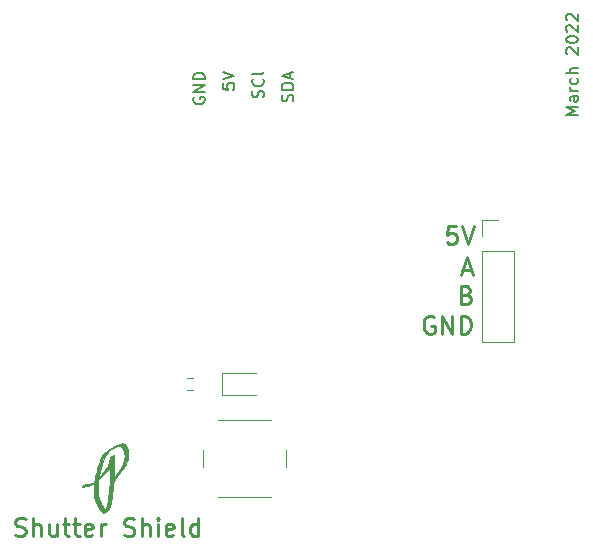
<source format=gbr>
%TF.GenerationSoftware,KiCad,Pcbnew,(6.0.2)*%
%TF.CreationDate,2022-03-01T12:54:46-05:00*%
%TF.ProjectId,arduino_shield,61726475-696e-46f5-9f73-6869656c642e,A*%
%TF.SameCoordinates,PX8954400PY4e95300*%
%TF.FileFunction,Legend,Top*%
%TF.FilePolarity,Positive*%
%FSLAX46Y46*%
G04 Gerber Fmt 4.6, Leading zero omitted, Abs format (unit mm)*
G04 Created by KiCad (PCBNEW (6.0.2)) date 2022-03-01 12:54:46*
%MOMM*%
%LPD*%
G01*
G04 APERTURE LIST*
%ADD10C,0.214286*%
%ADD11C,0.150000*%
%ADD12C,0.120000*%
%ADD13C,0.010000*%
G04 APERTURE END LIST*
D10*
X2414285Y-49107142D02*
X2628571Y-49178571D01*
X2985714Y-49178571D01*
X3128571Y-49107142D01*
X3200000Y-49035714D01*
X3271428Y-48892857D01*
X3271428Y-48750000D01*
X3200000Y-48607142D01*
X3128571Y-48535714D01*
X2985714Y-48464285D01*
X2700000Y-48392857D01*
X2557142Y-48321428D01*
X2485714Y-48250000D01*
X2414285Y-48107142D01*
X2414285Y-47964285D01*
X2485714Y-47821428D01*
X2557142Y-47750000D01*
X2700000Y-47678571D01*
X3057142Y-47678571D01*
X3271428Y-47750000D01*
X3914285Y-49178571D02*
X3914285Y-47678571D01*
X4557142Y-49178571D02*
X4557142Y-48392857D01*
X4485714Y-48250000D01*
X4342857Y-48178571D01*
X4128571Y-48178571D01*
X3985714Y-48250000D01*
X3914285Y-48321428D01*
X5914285Y-48178571D02*
X5914285Y-49178571D01*
X5271428Y-48178571D02*
X5271428Y-48964285D01*
X5342857Y-49107142D01*
X5485714Y-49178571D01*
X5700000Y-49178571D01*
X5842857Y-49107142D01*
X5914285Y-49035714D01*
X6414285Y-48178571D02*
X6985714Y-48178571D01*
X6628571Y-47678571D02*
X6628571Y-48964285D01*
X6700000Y-49107142D01*
X6842857Y-49178571D01*
X6985714Y-49178571D01*
X7271428Y-48178571D02*
X7842857Y-48178571D01*
X7485714Y-47678571D02*
X7485714Y-48964285D01*
X7557142Y-49107142D01*
X7700000Y-49178571D01*
X7842857Y-49178571D01*
X8914285Y-49107142D02*
X8771428Y-49178571D01*
X8485714Y-49178571D01*
X8342857Y-49107142D01*
X8271428Y-48964285D01*
X8271428Y-48392857D01*
X8342857Y-48250000D01*
X8485714Y-48178571D01*
X8771428Y-48178571D01*
X8914285Y-48250000D01*
X8985714Y-48392857D01*
X8985714Y-48535714D01*
X8271428Y-48678571D01*
X9628571Y-49178571D02*
X9628571Y-48178571D01*
X9628571Y-48464285D02*
X9700000Y-48321428D01*
X9771428Y-48250000D01*
X9914285Y-48178571D01*
X10057142Y-48178571D01*
X11628571Y-49107142D02*
X11842857Y-49178571D01*
X12200000Y-49178571D01*
X12342857Y-49107142D01*
X12414285Y-49035714D01*
X12485714Y-48892857D01*
X12485714Y-48750000D01*
X12414285Y-48607142D01*
X12342857Y-48535714D01*
X12200000Y-48464285D01*
X11914285Y-48392857D01*
X11771428Y-48321428D01*
X11700000Y-48250000D01*
X11628571Y-48107142D01*
X11628571Y-47964285D01*
X11700000Y-47821428D01*
X11771428Y-47750000D01*
X11914285Y-47678571D01*
X12271428Y-47678571D01*
X12485714Y-47750000D01*
X13128571Y-49178571D02*
X13128571Y-47678571D01*
X13771428Y-49178571D02*
X13771428Y-48392857D01*
X13700000Y-48250000D01*
X13557142Y-48178571D01*
X13342857Y-48178571D01*
X13200000Y-48250000D01*
X13128571Y-48321428D01*
X14485714Y-49178571D02*
X14485714Y-48178571D01*
X14485714Y-47678571D02*
X14414285Y-47750000D01*
X14485714Y-47821428D01*
X14557142Y-47750000D01*
X14485714Y-47678571D01*
X14485714Y-47821428D01*
X15771428Y-49107142D02*
X15628571Y-49178571D01*
X15342857Y-49178571D01*
X15200000Y-49107142D01*
X15128571Y-48964285D01*
X15128571Y-48392857D01*
X15200000Y-48250000D01*
X15342857Y-48178571D01*
X15628571Y-48178571D01*
X15771428Y-48250000D01*
X15842857Y-48392857D01*
X15842857Y-48535714D01*
X15128571Y-48678571D01*
X16700000Y-49178571D02*
X16557142Y-49107142D01*
X16485714Y-48964285D01*
X16485714Y-47678571D01*
X17914285Y-49178571D02*
X17914285Y-47678571D01*
X17914285Y-49107142D02*
X17771428Y-49178571D01*
X17485714Y-49178571D01*
X17342857Y-49107142D01*
X17271428Y-49035714D01*
X17200000Y-48892857D01*
X17200000Y-48464285D01*
X17271428Y-48321428D01*
X17342857Y-48250000D01*
X17485714Y-48178571D01*
X17771428Y-48178571D01*
X17914285Y-48250000D01*
D11*
X25904761Y-12416547D02*
X25952380Y-12273690D01*
X25952380Y-12035595D01*
X25904761Y-11940357D01*
X25857142Y-11892738D01*
X25761904Y-11845119D01*
X25666666Y-11845119D01*
X25571428Y-11892738D01*
X25523809Y-11940357D01*
X25476190Y-12035595D01*
X25428571Y-12226071D01*
X25380952Y-12321309D01*
X25333333Y-12368928D01*
X25238095Y-12416547D01*
X25142857Y-12416547D01*
X25047619Y-12368928D01*
X25000000Y-12321309D01*
X24952380Y-12226071D01*
X24952380Y-11987976D01*
X25000000Y-11845119D01*
X25952380Y-11416547D02*
X24952380Y-11416547D01*
X24952380Y-11178452D01*
X25000000Y-11035595D01*
X25095238Y-10940357D01*
X25190476Y-10892738D01*
X25380952Y-10845119D01*
X25523809Y-10845119D01*
X25714285Y-10892738D01*
X25809523Y-10940357D01*
X25904761Y-11035595D01*
X25952380Y-11178452D01*
X25952380Y-11416547D01*
X25666666Y-10464166D02*
X25666666Y-9987976D01*
X25952380Y-10559404D02*
X24952380Y-10226071D01*
X25952380Y-9892738D01*
X17500000Y-12083214D02*
X17452380Y-12178452D01*
X17452380Y-12321309D01*
X17500000Y-12464166D01*
X17595238Y-12559404D01*
X17690476Y-12607023D01*
X17880952Y-12654642D01*
X18023809Y-12654642D01*
X18214285Y-12607023D01*
X18309523Y-12559404D01*
X18404761Y-12464166D01*
X18452380Y-12321309D01*
X18452380Y-12226071D01*
X18404761Y-12083214D01*
X18357142Y-12035595D01*
X18023809Y-12035595D01*
X18023809Y-12226071D01*
X18452380Y-11607023D02*
X17452380Y-11607023D01*
X18452380Y-11035595D01*
X17452380Y-11035595D01*
X18452380Y-10559404D02*
X17452380Y-10559404D01*
X17452380Y-10321309D01*
X17500000Y-10178452D01*
X17595238Y-10083214D01*
X17690476Y-10035595D01*
X17880952Y-9987976D01*
X18023809Y-9987976D01*
X18214285Y-10035595D01*
X18309523Y-10083214D01*
X18404761Y-10178452D01*
X18452380Y-10321309D01*
X18452380Y-10559404D01*
D10*
X37832142Y-30650000D02*
X37689285Y-30578571D01*
X37474999Y-30578571D01*
X37260714Y-30650000D01*
X37117856Y-30792857D01*
X37046428Y-30935714D01*
X36974999Y-31221428D01*
X36974999Y-31435714D01*
X37046428Y-31721428D01*
X37117856Y-31864285D01*
X37260714Y-32007142D01*
X37474999Y-32078571D01*
X37617856Y-32078571D01*
X37832142Y-32007142D01*
X37903571Y-31935714D01*
X37903571Y-31435714D01*
X37617856Y-31435714D01*
X38546428Y-32078571D02*
X38546428Y-30578571D01*
X39403571Y-32078571D01*
X39403571Y-30578571D01*
X40117856Y-32078571D02*
X40117856Y-30578571D01*
X40474999Y-30578571D01*
X40689285Y-30650000D01*
X40832142Y-30792857D01*
X40903571Y-30935714D01*
X40974999Y-31221428D01*
X40974999Y-31435714D01*
X40903571Y-31721428D01*
X40832142Y-31864285D01*
X40689285Y-32007142D01*
X40474999Y-32078571D01*
X40117856Y-32078571D01*
X39717856Y-22978571D02*
X39003571Y-22978571D01*
X38932142Y-23692857D01*
X39003571Y-23621428D01*
X39146428Y-23550000D01*
X39503571Y-23550000D01*
X39646428Y-23621428D01*
X39717856Y-23692857D01*
X39789285Y-23835714D01*
X39789285Y-24192857D01*
X39717856Y-24335714D01*
X39646428Y-24407142D01*
X39503571Y-24478571D01*
X39146428Y-24478571D01*
X39003571Y-24407142D01*
X38932142Y-24335714D01*
X40217856Y-22978571D02*
X40717856Y-24478571D01*
X41217856Y-22978571D01*
D11*
X50052380Y-13561904D02*
X49052380Y-13561904D01*
X49766666Y-13228571D01*
X49052380Y-12895238D01*
X50052380Y-12895238D01*
X50052380Y-11990476D02*
X49528571Y-11990476D01*
X49433333Y-12038095D01*
X49385714Y-12133333D01*
X49385714Y-12323809D01*
X49433333Y-12419047D01*
X50004761Y-11990476D02*
X50052380Y-12085714D01*
X50052380Y-12323809D01*
X50004761Y-12419047D01*
X49909523Y-12466666D01*
X49814285Y-12466666D01*
X49719047Y-12419047D01*
X49671428Y-12323809D01*
X49671428Y-12085714D01*
X49623809Y-11990476D01*
X50052380Y-11514285D02*
X49385714Y-11514285D01*
X49576190Y-11514285D02*
X49480952Y-11466666D01*
X49433333Y-11419047D01*
X49385714Y-11323809D01*
X49385714Y-11228571D01*
X50004761Y-10466666D02*
X50052380Y-10561904D01*
X50052380Y-10752380D01*
X50004761Y-10847619D01*
X49957142Y-10895238D01*
X49861904Y-10942857D01*
X49576190Y-10942857D01*
X49480952Y-10895238D01*
X49433333Y-10847619D01*
X49385714Y-10752380D01*
X49385714Y-10561904D01*
X49433333Y-10466666D01*
X50052380Y-10038095D02*
X49052380Y-10038095D01*
X50052380Y-9609523D02*
X49528571Y-9609523D01*
X49433333Y-9657142D01*
X49385714Y-9752380D01*
X49385714Y-9895238D01*
X49433333Y-9990476D01*
X49480952Y-10038095D01*
X49147619Y-8419047D02*
X49100000Y-8371428D01*
X49052380Y-8276190D01*
X49052380Y-8038095D01*
X49100000Y-7942857D01*
X49147619Y-7895238D01*
X49242857Y-7847619D01*
X49338095Y-7847619D01*
X49480952Y-7895238D01*
X50052380Y-8466666D01*
X50052380Y-7847619D01*
X49052380Y-7228571D02*
X49052380Y-7133333D01*
X49100000Y-7038095D01*
X49147619Y-6990476D01*
X49242857Y-6942857D01*
X49433333Y-6895238D01*
X49671428Y-6895238D01*
X49861904Y-6942857D01*
X49957142Y-6990476D01*
X50004761Y-7038095D01*
X50052380Y-7133333D01*
X50052380Y-7228571D01*
X50004761Y-7323809D01*
X49957142Y-7371428D01*
X49861904Y-7419047D01*
X49671428Y-7466666D01*
X49433333Y-7466666D01*
X49242857Y-7419047D01*
X49147619Y-7371428D01*
X49100000Y-7323809D01*
X49052380Y-7228571D01*
X49147619Y-6514285D02*
X49100000Y-6466666D01*
X49052380Y-6371428D01*
X49052380Y-6133333D01*
X49100000Y-6038095D01*
X49147619Y-5990476D01*
X49242857Y-5942857D01*
X49338095Y-5942857D01*
X49480952Y-5990476D01*
X50052380Y-6561904D01*
X50052380Y-5942857D01*
X49147619Y-5561904D02*
X49100000Y-5514285D01*
X49052380Y-5419047D01*
X49052380Y-5180952D01*
X49100000Y-5085714D01*
X49147619Y-5038095D01*
X49242857Y-4990476D01*
X49338095Y-4990476D01*
X49480952Y-5038095D01*
X50052380Y-5609523D01*
X50052380Y-4990476D01*
D10*
X40617856Y-28792857D02*
X40832142Y-28864285D01*
X40903571Y-28935714D01*
X40974999Y-29078571D01*
X40974999Y-29292857D01*
X40903571Y-29435714D01*
X40832142Y-29507142D01*
X40689285Y-29578571D01*
X40117856Y-29578571D01*
X40117856Y-28078571D01*
X40617856Y-28078571D01*
X40760714Y-28150000D01*
X40832142Y-28221428D01*
X40903571Y-28364285D01*
X40903571Y-28507142D01*
X40832142Y-28650000D01*
X40760714Y-28721428D01*
X40617856Y-28792857D01*
X40117856Y-28792857D01*
X40260714Y-26650000D02*
X40974999Y-26650000D01*
X40117856Y-27078571D02*
X40617856Y-25578571D01*
X41117856Y-27078571D01*
D11*
X19952380Y-10892738D02*
X19952380Y-11368928D01*
X20428571Y-11416547D01*
X20380952Y-11368928D01*
X20333333Y-11273690D01*
X20333333Y-11035595D01*
X20380952Y-10940357D01*
X20428571Y-10892738D01*
X20523809Y-10845119D01*
X20761904Y-10845119D01*
X20857142Y-10892738D01*
X20904761Y-10940357D01*
X20952380Y-11035595D01*
X20952380Y-11273690D01*
X20904761Y-11368928D01*
X20857142Y-11416547D01*
X19952380Y-10559404D02*
X20952380Y-10226071D01*
X19952380Y-9892738D01*
X23404761Y-12083214D02*
X23452380Y-11940357D01*
X23452380Y-11702261D01*
X23404761Y-11607023D01*
X23357142Y-11559404D01*
X23261904Y-11511785D01*
X23166666Y-11511785D01*
X23071428Y-11559404D01*
X23023809Y-11607023D01*
X22976190Y-11702261D01*
X22928571Y-11892738D01*
X22880952Y-11987976D01*
X22833333Y-12035595D01*
X22738095Y-12083214D01*
X22642857Y-12083214D01*
X22547619Y-12035595D01*
X22500000Y-11987976D01*
X22452380Y-11892738D01*
X22452380Y-11654642D01*
X22500000Y-11511785D01*
X23357142Y-10511785D02*
X23404761Y-10559404D01*
X23452380Y-10702261D01*
X23452380Y-10797500D01*
X23404761Y-10940357D01*
X23309523Y-11035595D01*
X23214285Y-11083214D01*
X23023809Y-11130833D01*
X22880952Y-11130833D01*
X22690476Y-11083214D01*
X22595238Y-11035595D01*
X22500000Y-10940357D01*
X22452380Y-10797500D01*
X22452380Y-10702261D01*
X22500000Y-10559404D01*
X22547619Y-10511785D01*
X23452380Y-9940357D02*
X23404761Y-10035595D01*
X23309523Y-10083214D01*
X22452380Y-10083214D01*
D12*
%TO.C,SW1*%
X25300000Y-43400000D02*
X25300000Y-41900000D01*
X24050000Y-39400000D02*
X19550000Y-39400000D01*
X19550000Y-45900000D02*
X24050000Y-45900000D01*
X18300000Y-41900000D02*
X18300000Y-43400000D01*
D13*
%TO.C,G\u002A\u002A\u002A*%
X11547040Y-41342218D02*
X11608136Y-41381567D01*
X11608136Y-41381567D02*
X11675357Y-41441132D01*
X11675357Y-41441132D02*
X11743215Y-41516002D01*
X11743215Y-41516002D02*
X11806228Y-41601269D01*
X11806228Y-41601269D02*
X11810972Y-41608510D01*
X11810972Y-41608510D02*
X11888821Y-41750414D01*
X11888821Y-41750414D02*
X11942279Y-41901276D01*
X11942279Y-41901276D02*
X11973559Y-42068639D01*
X11973559Y-42068639D02*
X11983331Y-42196802D01*
X11983331Y-42196802D02*
X11981599Y-42368262D01*
X11981599Y-42368262D02*
X11961516Y-42536380D01*
X11961516Y-42536380D02*
X11921510Y-42707311D01*
X11921510Y-42707311D02*
X11860010Y-42887207D01*
X11860010Y-42887207D02*
X11775444Y-43082222D01*
X11775444Y-43082222D02*
X11736954Y-43161532D01*
X11736954Y-43161532D02*
X11641557Y-43341831D01*
X11641557Y-43341831D02*
X11542008Y-43505270D01*
X11542008Y-43505270D02*
X11432181Y-43660441D01*
X11432181Y-43660441D02*
X11305950Y-43815939D01*
X11305950Y-43815939D02*
X11157187Y-43980354D01*
X11157187Y-43980354D02*
X11140834Y-43997619D01*
X11140834Y-43997619D02*
X11058440Y-44088208D01*
X11058440Y-44088208D02*
X10992141Y-44171749D01*
X10992141Y-44171749D02*
X10933987Y-44259671D01*
X10933987Y-44259671D02*
X10876033Y-44363407D01*
X10876033Y-44363407D02*
X10846704Y-44420675D01*
X10846704Y-44420675D02*
X10811722Y-44486883D01*
X10811722Y-44486883D02*
X10779294Y-44542184D01*
X10779294Y-44542184D02*
X10754318Y-44578480D01*
X10754318Y-44578480D02*
X10746062Y-44587039D01*
X10746062Y-44587039D02*
X10734791Y-44602280D01*
X10734791Y-44602280D02*
X10725791Y-44632705D01*
X10725791Y-44632705D02*
X10718374Y-44683088D01*
X10718374Y-44683088D02*
X10711847Y-44758201D01*
X10711847Y-44758201D02*
X10705520Y-44862818D01*
X10705520Y-44862818D02*
X10705146Y-44869864D01*
X10705146Y-44869864D02*
X10697882Y-44970759D01*
X10697882Y-44970759D02*
X10685904Y-45095304D01*
X10685904Y-45095304D02*
X10670390Y-45233094D01*
X10670390Y-45233094D02*
X10652516Y-45373728D01*
X10652516Y-45373728D02*
X10633460Y-45506801D01*
X10633460Y-45506801D02*
X10632105Y-45515609D01*
X10632105Y-45515609D02*
X10613385Y-45637942D01*
X10613385Y-45637942D02*
X10595173Y-45759217D01*
X10595173Y-45759217D02*
X10578614Y-45871652D01*
X10578614Y-45871652D02*
X10564850Y-45967463D01*
X10564850Y-45967463D02*
X10555024Y-46038866D01*
X10555024Y-46038866D02*
X10553315Y-46052005D01*
X10553315Y-46052005D02*
X10534152Y-46173089D01*
X10534152Y-46173089D02*
X10506595Y-46308058D01*
X10506595Y-46308058D02*
X10472883Y-46448610D01*
X10472883Y-46448610D02*
X10435254Y-46586441D01*
X10435254Y-46586441D02*
X10395946Y-46713250D01*
X10395946Y-46713250D02*
X10357198Y-46820732D01*
X10357198Y-46820732D02*
X10328184Y-46887068D01*
X10328184Y-46887068D02*
X10283741Y-46969805D01*
X10283741Y-46969805D02*
X10240554Y-47031417D01*
X10240554Y-47031417D02*
X10189631Y-47083785D01*
X10189631Y-47083785D02*
X10160690Y-47108402D01*
X10160690Y-47108402D02*
X10105301Y-47151664D01*
X10105301Y-47151664D02*
X10053969Y-47188612D01*
X10053969Y-47188612D02*
X10018156Y-47211043D01*
X10018156Y-47211043D02*
X9954252Y-47234926D01*
X9954252Y-47234926D02*
X9886566Y-47246164D01*
X9886566Y-47246164D02*
X9829885Y-47242704D01*
X9829885Y-47242704D02*
X9818078Y-47238854D01*
X9818078Y-47238854D02*
X9785506Y-47216424D01*
X9785506Y-47216424D02*
X9738100Y-47173025D01*
X9738100Y-47173025D02*
X9681894Y-47115231D01*
X9681894Y-47115231D02*
X9622925Y-47049619D01*
X9622925Y-47049619D02*
X9567228Y-46982762D01*
X9567228Y-46982762D02*
X9520840Y-46921236D01*
X9520840Y-46921236D02*
X9505337Y-46898180D01*
X9505337Y-46898180D02*
X9477948Y-46851183D01*
X9477948Y-46851183D02*
X9440038Y-46780363D01*
X9440038Y-46780363D02*
X9395513Y-46693304D01*
X9395513Y-46693304D02*
X9348275Y-46597588D01*
X9348275Y-46597588D02*
X9317685Y-46533729D01*
X9317685Y-46533729D02*
X9226986Y-46327043D01*
X9226986Y-46327043D02*
X9158357Y-46134765D01*
X9158357Y-46134765D02*
X9109046Y-45947259D01*
X9109046Y-45947259D02*
X9076302Y-45754888D01*
X9076302Y-45754888D02*
X9064732Y-45647755D01*
X9064732Y-45647755D02*
X9058889Y-45555504D01*
X9058889Y-45555504D02*
X9055486Y-45443515D01*
X9055486Y-45443515D02*
X9054399Y-45319780D01*
X9054399Y-45319780D02*
X9055506Y-45192287D01*
X9055506Y-45192287D02*
X9058686Y-45069029D01*
X9058686Y-45069029D02*
X9062438Y-44987784D01*
X9062438Y-44987784D02*
X9381555Y-44987784D01*
X9381555Y-44987784D02*
X9381593Y-45132321D01*
X9381593Y-45132321D02*
X9383513Y-45258980D01*
X9383513Y-45258980D02*
X9386345Y-45389271D01*
X9386345Y-45389271D02*
X9389461Y-45491615D01*
X9389461Y-45491615D02*
X9393527Y-45572621D01*
X9393527Y-45572621D02*
X9399210Y-45638898D01*
X9399210Y-45638898D02*
X9407176Y-45697055D01*
X9407176Y-45697055D02*
X9418090Y-45753701D01*
X9418090Y-45753701D02*
X9432620Y-45815444D01*
X9432620Y-45815444D02*
X9444205Y-45860997D01*
X9444205Y-45860997D02*
X9476001Y-45965482D01*
X9476001Y-45965482D02*
X9521755Y-46090732D01*
X9521755Y-46090732D02*
X9577574Y-46227920D01*
X9577574Y-46227920D02*
X9639568Y-46368220D01*
X9639568Y-46368220D02*
X9703845Y-46502807D01*
X9703845Y-46502807D02*
X9766513Y-46622852D01*
X9766513Y-46622852D02*
X9820657Y-46714834D01*
X9820657Y-46714834D02*
X9863921Y-46777356D01*
X9863921Y-46777356D02*
X9911449Y-46837962D01*
X9911449Y-46837962D02*
X9957980Y-46890882D01*
X9957980Y-46890882D02*
X9998250Y-46930344D01*
X9998250Y-46930344D02*
X10026996Y-46950576D01*
X10026996Y-46950576D02*
X10036258Y-46951263D01*
X10036258Y-46951263D02*
X10047739Y-46931474D01*
X10047739Y-46931474D02*
X10065391Y-46886723D01*
X10065391Y-46886723D02*
X10086050Y-46825319D01*
X10086050Y-46825319D02*
X10093748Y-46800289D01*
X10093748Y-46800289D02*
X10139373Y-46637282D01*
X10139373Y-46637282D02*
X10178466Y-46472205D01*
X10178466Y-46472205D02*
X10213221Y-46294735D01*
X10213221Y-46294735D02*
X10245834Y-46094550D01*
X10245834Y-46094550D02*
X10250580Y-46062582D01*
X10250580Y-46062582D02*
X10268895Y-45937738D01*
X10268895Y-45937738D02*
X10289892Y-45794372D01*
X10289892Y-45794372D02*
X10311277Y-45648160D01*
X10311277Y-45648160D02*
X10330758Y-45514778D01*
X10330758Y-45514778D02*
X10335305Y-45483605D01*
X10335305Y-45483605D02*
X10358154Y-45308128D01*
X10358154Y-45308128D02*
X10376807Y-45122084D01*
X10376807Y-45122084D02*
X10391479Y-44921353D01*
X10391479Y-44921353D02*
X10402384Y-44701816D01*
X10402384Y-44701816D02*
X10409735Y-44459355D01*
X10409735Y-44459355D02*
X10413746Y-44189850D01*
X10413746Y-44189850D02*
X10414694Y-43954095D01*
X10414694Y-43954095D02*
X10414694Y-43376040D01*
X10414694Y-43376040D02*
X10350888Y-43470843D01*
X10350888Y-43470843D02*
X10315906Y-43516668D01*
X10315906Y-43516668D02*
X10260577Y-43581683D01*
X10260577Y-43581683D02*
X10189411Y-43661074D01*
X10189411Y-43661074D02*
X10106919Y-43750023D01*
X10106919Y-43750023D02*
X10017610Y-43843716D01*
X10017610Y-43843716D02*
X9925997Y-43937338D01*
X9925997Y-43937338D02*
X9836589Y-44026071D01*
X9836589Y-44026071D02*
X9778123Y-44082327D01*
X9778123Y-44082327D02*
X9728213Y-44132932D01*
X9728213Y-44132932D02*
X9666042Y-44200807D01*
X9666042Y-44200807D02*
X9600587Y-44275959D01*
X9600587Y-44275959D02*
X9555700Y-44329906D01*
X9555700Y-44329906D02*
X9425563Y-44490059D01*
X9425563Y-44490059D02*
X9400587Y-44675812D01*
X9400587Y-44675812D02*
X9390880Y-44765409D01*
X9390880Y-44765409D02*
X9384594Y-44867440D01*
X9384594Y-44867440D02*
X9381555Y-44987784D01*
X9381555Y-44987784D02*
X9062438Y-44987784D01*
X9062438Y-44987784D02*
X9063815Y-44957996D01*
X9063815Y-44957996D02*
X9070772Y-44867179D01*
X9070772Y-44867179D02*
X9077481Y-44814971D01*
X9077481Y-44814971D02*
X9088440Y-44751099D01*
X9088440Y-44751099D02*
X8909220Y-44826900D01*
X8909220Y-44826900D02*
X8815396Y-44864504D01*
X8815396Y-44864504D02*
X8712483Y-44902453D01*
X8712483Y-44902453D02*
X8616548Y-44934944D01*
X8616548Y-44934944D02*
X8574490Y-44947831D01*
X8574490Y-44947831D02*
X8497900Y-44967912D01*
X8497900Y-44967912D02*
X8408884Y-44987904D01*
X8408884Y-44987904D02*
X8315199Y-45006452D01*
X8315199Y-45006452D02*
X8224600Y-45022201D01*
X8224600Y-45022201D02*
X8144844Y-45033798D01*
X8144844Y-45033798D02*
X8083689Y-45039885D01*
X8083689Y-45039885D02*
X8050255Y-45039406D01*
X8050255Y-45039406D02*
X8049312Y-45028493D01*
X8049312Y-45028493D02*
X8071853Y-45004375D01*
X8071853Y-45004375D02*
X8111622Y-44971453D01*
X8111622Y-44971453D02*
X8162363Y-44934125D01*
X8162363Y-44934125D02*
X8217823Y-44896790D01*
X8217823Y-44896790D02*
X8271746Y-44863848D01*
X8271746Y-44863848D02*
X8317876Y-44839698D01*
X8317876Y-44839698D02*
X8349741Y-44828769D01*
X8349741Y-44828769D02*
X8537906Y-44800876D01*
X8537906Y-44800876D02*
X8702260Y-44770292D01*
X8702260Y-44770292D02*
X8840619Y-44737600D01*
X8840619Y-44737600D02*
X8950802Y-44703380D01*
X8950802Y-44703380D02*
X9030625Y-44668215D01*
X9030625Y-44668215D02*
X9075491Y-44635400D01*
X9075491Y-44635400D02*
X9093057Y-44610561D01*
X9093057Y-44610561D02*
X9108247Y-44573751D01*
X9108247Y-44573751D02*
X9122674Y-44519093D01*
X9122674Y-44519093D02*
X9137945Y-44440707D01*
X9137945Y-44440707D02*
X9151999Y-44356049D01*
X9151999Y-44356049D02*
X9182746Y-44187687D01*
X9182746Y-44187687D02*
X9479902Y-44187687D01*
X9479902Y-44187687D02*
X9723692Y-43940434D01*
X9723692Y-43940434D02*
X9846726Y-43811930D01*
X9846726Y-43811930D02*
X9947529Y-43697333D01*
X9947529Y-43697333D02*
X10031318Y-43589554D01*
X10031318Y-43589554D02*
X10103312Y-43481507D01*
X10103312Y-43481507D02*
X10168729Y-43366105D01*
X10168729Y-43366105D02*
X10215924Y-43271905D01*
X10215924Y-43271905D02*
X10256000Y-43178336D01*
X10256000Y-43178336D02*
X10299119Y-43060670D01*
X10299119Y-43060670D02*
X10342151Y-42928815D01*
X10342151Y-42928815D02*
X10381965Y-42792676D01*
X10381965Y-42792676D02*
X10415433Y-42662159D01*
X10415433Y-42662159D02*
X10431186Y-42590566D01*
X10431186Y-42590566D02*
X10450035Y-42516938D01*
X10450035Y-42516938D02*
X10472094Y-42472855D01*
X10472094Y-42472855D02*
X10500471Y-42453302D01*
X10500471Y-42453302D02*
X10517619Y-42451156D01*
X10517619Y-42451156D02*
X10546046Y-42441681D01*
X10546046Y-42441681D02*
X10592133Y-42416842D01*
X10592133Y-42416842D02*
X10645862Y-42382041D01*
X10645862Y-42382041D02*
X10697759Y-42347473D01*
X10697759Y-42347473D02*
X10739830Y-42322687D01*
X10739830Y-42322687D02*
X10763153Y-42312931D01*
X10763153Y-42312931D02*
X10763409Y-42312925D01*
X10763409Y-42312925D02*
X10768789Y-42329416D01*
X10768789Y-42329416D02*
X10772107Y-42375869D01*
X10772107Y-42375869D02*
X10773470Y-42447758D01*
X10773470Y-42447758D02*
X10772984Y-42540557D01*
X10772984Y-42540557D02*
X10770755Y-42649737D01*
X10770755Y-42649737D02*
X10766889Y-42770773D01*
X10766889Y-42770773D02*
X10761491Y-42899137D01*
X10761491Y-42899137D02*
X10754669Y-43030303D01*
X10754669Y-43030303D02*
X10746527Y-43159743D01*
X10746527Y-43159743D02*
X10742171Y-43220068D01*
X10742171Y-43220068D02*
X10737900Y-43291562D01*
X10737900Y-43291562D02*
X10734235Y-43381865D01*
X10734235Y-43381865D02*
X10731211Y-43485842D01*
X10731211Y-43485842D02*
X10728862Y-43598357D01*
X10728862Y-43598357D02*
X10727222Y-43714277D01*
X10727222Y-43714277D02*
X10726324Y-43828466D01*
X10726324Y-43828466D02*
X10726203Y-43935790D01*
X10726203Y-43935790D02*
X10726893Y-44031115D01*
X10726893Y-44031115D02*
X10728427Y-44109304D01*
X10728427Y-44109304D02*
X10730839Y-44165225D01*
X10730839Y-44165225D02*
X10734164Y-44193742D01*
X10734164Y-44193742D02*
X10735718Y-44196327D01*
X10735718Y-44196327D02*
X10752203Y-44184960D01*
X10752203Y-44184960D02*
X10784770Y-44155475D01*
X10784770Y-44155475D02*
X10817793Y-44122891D01*
X10817793Y-44122891D02*
X10924925Y-44008271D01*
X10924925Y-44008271D02*
X11034215Y-43881731D01*
X11034215Y-43881731D02*
X11134918Y-43756022D01*
X11134918Y-43756022D02*
X11192295Y-43678523D01*
X11192295Y-43678523D02*
X11263774Y-43568575D01*
X11263774Y-43568575D02*
X11339862Y-43435583D01*
X11339862Y-43435583D02*
X11415504Y-43289683D01*
X11415504Y-43289683D02*
X11485643Y-43141010D01*
X11485643Y-43141010D02*
X11545221Y-42999698D01*
X11545221Y-42999698D02*
X11582921Y-42895589D01*
X11582921Y-42895589D02*
X11609391Y-42811557D01*
X11609391Y-42811557D02*
X11627747Y-42742865D01*
X11627747Y-42742865D02*
X11639815Y-42678458D01*
X11639815Y-42678458D02*
X11647420Y-42607279D01*
X11647420Y-42607279D02*
X11652389Y-42518271D01*
X11652389Y-42518271D02*
X11654508Y-42462091D01*
X11654508Y-42462091D02*
X11656305Y-42323949D01*
X11656305Y-42323949D02*
X11649852Y-42209854D01*
X11649852Y-42209854D02*
X11633336Y-42109898D01*
X11633336Y-42109898D02*
X11604943Y-42014175D01*
X11604943Y-42014175D02*
X11562858Y-41912776D01*
X11562858Y-41912776D02*
X11548233Y-41881725D01*
X11548233Y-41881725D02*
X11505163Y-41806174D01*
X11505163Y-41806174D02*
X11449469Y-41728309D01*
X11449469Y-41728309D02*
X11387900Y-41655909D01*
X11387900Y-41655909D02*
X11327206Y-41596751D01*
X11327206Y-41596751D02*
X11274136Y-41558611D01*
X11274136Y-41558611D02*
X11263390Y-41553494D01*
X11263390Y-41553494D02*
X11238505Y-41546869D01*
X11238505Y-41546869D02*
X11207582Y-41546971D01*
X11207582Y-41546971D02*
X11167017Y-41555102D01*
X11167017Y-41555102D02*
X11113209Y-41572565D01*
X11113209Y-41572565D02*
X11042553Y-41600661D01*
X11042553Y-41600661D02*
X10951447Y-41640692D01*
X10951447Y-41640692D02*
X10836289Y-41693960D01*
X10836289Y-41693960D02*
X10713383Y-41752251D01*
X10713383Y-41752251D02*
X10601033Y-41807362D01*
X10601033Y-41807362D02*
X10514391Y-41853633D01*
X10514391Y-41853633D02*
X10447036Y-41894942D01*
X10447036Y-41894942D02*
X10392544Y-41935170D01*
X10392544Y-41935170D02*
X10353307Y-41969737D01*
X10353307Y-41969737D02*
X10243209Y-42091292D01*
X10243209Y-42091292D02*
X10135226Y-42244945D01*
X10135226Y-42244945D02*
X10030743Y-42428243D01*
X10030743Y-42428243D02*
X9931145Y-42638733D01*
X9931145Y-42638733D02*
X9837816Y-42873963D01*
X9837816Y-42873963D02*
X9829331Y-42897496D01*
X9829331Y-42897496D02*
X9783476Y-43030858D01*
X9783476Y-43030858D02*
X9735723Y-43178902D01*
X9735723Y-43178902D02*
X9687754Y-43335601D01*
X9687754Y-43335601D02*
X9641251Y-43494927D01*
X9641251Y-43494927D02*
X9597896Y-43650852D01*
X9597896Y-43650852D02*
X9559371Y-43797350D01*
X9559371Y-43797350D02*
X9527359Y-43928393D01*
X9527359Y-43928393D02*
X9503541Y-44037953D01*
X9503541Y-44037953D02*
X9490961Y-44109932D01*
X9490961Y-44109932D02*
X9479902Y-44187687D01*
X9479902Y-44187687D02*
X9182746Y-44187687D01*
X9182746Y-44187687D02*
X9185828Y-44170813D01*
X9185828Y-44170813D02*
X9230716Y-43967598D01*
X9230716Y-43967598D02*
X9284645Y-43753112D01*
X9284645Y-43753112D02*
X9345592Y-43534061D01*
X9345592Y-43534061D02*
X9411538Y-43317154D01*
X9411538Y-43317154D02*
X9480463Y-43109096D01*
X9480463Y-43109096D02*
X9550345Y-42916595D01*
X9550345Y-42916595D02*
X9619165Y-42746357D01*
X9619165Y-42746357D02*
X9671177Y-42632585D01*
X9671177Y-42632585D02*
X9763450Y-42456110D01*
X9763450Y-42456110D02*
X9855245Y-42308000D01*
X9855245Y-42308000D02*
X9951553Y-42182495D01*
X9951553Y-42182495D02*
X10057365Y-42073838D01*
X10057365Y-42073838D02*
X10177671Y-41976270D01*
X10177671Y-41976270D02*
X10317460Y-41884032D01*
X10317460Y-41884032D02*
X10322564Y-41880952D01*
X10322564Y-41880952D02*
X10436796Y-41814444D01*
X10436796Y-41814444D02*
X10562531Y-41745145D01*
X10562531Y-41745145D02*
X10695481Y-41675071D01*
X10695481Y-41675071D02*
X10831362Y-41606240D01*
X10831362Y-41606240D02*
X10965887Y-41540668D01*
X10965887Y-41540668D02*
X11094770Y-41480372D01*
X11094770Y-41480372D02*
X11213727Y-41427370D01*
X11213727Y-41427370D02*
X11318470Y-41383678D01*
X11318470Y-41383678D02*
X11404715Y-41351314D01*
X11404715Y-41351314D02*
X11468176Y-41332293D01*
X11468176Y-41332293D02*
X11497554Y-41327993D01*
X11497554Y-41327993D02*
X11547040Y-41342218D01*
X11547040Y-41342218D02*
X11547040Y-41342218D01*
G36*
X9070772Y-44867179D02*
G01*
X9077481Y-44814971D01*
X9088440Y-44751099D01*
X8909220Y-44826900D01*
X8815396Y-44864504D01*
X8712483Y-44902453D01*
X8616548Y-44934944D01*
X8574490Y-44947831D01*
X8497900Y-44967912D01*
X8408884Y-44987904D01*
X8315199Y-45006452D01*
X8224600Y-45022201D01*
X8144844Y-45033798D01*
X8083689Y-45039885D01*
X8050255Y-45039406D01*
X8049312Y-45028493D01*
X8071853Y-45004375D01*
X8111622Y-44971453D01*
X8162363Y-44934125D01*
X8217823Y-44896790D01*
X8271746Y-44863848D01*
X8317876Y-44839698D01*
X8349741Y-44828769D01*
X8537906Y-44800876D01*
X8702260Y-44770292D01*
X8840619Y-44737600D01*
X8950802Y-44703380D01*
X9030625Y-44668215D01*
X9075491Y-44635400D01*
X9093057Y-44610561D01*
X9108247Y-44573751D01*
X9122674Y-44519093D01*
X9137945Y-44440707D01*
X9151999Y-44356049D01*
X9182746Y-44187687D01*
X9479902Y-44187687D01*
X9723692Y-43940434D01*
X9846726Y-43811930D01*
X9947529Y-43697333D01*
X10031318Y-43589554D01*
X10103312Y-43481507D01*
X10168729Y-43366105D01*
X10215924Y-43271905D01*
X10256000Y-43178336D01*
X10299119Y-43060670D01*
X10342151Y-42928815D01*
X10381965Y-42792676D01*
X10415433Y-42662159D01*
X10431186Y-42590566D01*
X10450035Y-42516938D01*
X10472094Y-42472855D01*
X10500471Y-42453302D01*
X10517619Y-42451156D01*
X10546046Y-42441681D01*
X10592133Y-42416842D01*
X10645862Y-42382041D01*
X10697759Y-42347473D01*
X10739830Y-42322687D01*
X10763153Y-42312931D01*
X10763409Y-42312925D01*
X10768789Y-42329416D01*
X10772107Y-42375869D01*
X10773470Y-42447758D01*
X10772984Y-42540557D01*
X10770755Y-42649737D01*
X10766889Y-42770773D01*
X10761491Y-42899137D01*
X10754669Y-43030303D01*
X10746527Y-43159743D01*
X10742171Y-43220068D01*
X10737900Y-43291562D01*
X10734235Y-43381865D01*
X10731211Y-43485842D01*
X10728862Y-43598357D01*
X10727222Y-43714277D01*
X10726324Y-43828466D01*
X10726203Y-43935790D01*
X10726893Y-44031115D01*
X10728427Y-44109304D01*
X10730839Y-44165225D01*
X10734164Y-44193742D01*
X10735718Y-44196327D01*
X10752203Y-44184960D01*
X10784770Y-44155475D01*
X10817793Y-44122891D01*
X10924925Y-44008271D01*
X11034215Y-43881731D01*
X11134918Y-43756022D01*
X11192295Y-43678523D01*
X11263774Y-43568575D01*
X11339862Y-43435583D01*
X11415504Y-43289683D01*
X11485643Y-43141010D01*
X11545221Y-42999698D01*
X11582921Y-42895589D01*
X11609391Y-42811557D01*
X11627747Y-42742865D01*
X11639815Y-42678458D01*
X11647420Y-42607279D01*
X11652389Y-42518271D01*
X11654508Y-42462091D01*
X11656305Y-42323949D01*
X11649852Y-42209854D01*
X11633336Y-42109898D01*
X11604943Y-42014175D01*
X11562858Y-41912776D01*
X11548233Y-41881725D01*
X11505163Y-41806174D01*
X11449469Y-41728309D01*
X11387900Y-41655909D01*
X11327206Y-41596751D01*
X11274136Y-41558611D01*
X11263390Y-41553494D01*
X11238505Y-41546869D01*
X11207582Y-41546971D01*
X11167017Y-41555102D01*
X11113209Y-41572565D01*
X11042553Y-41600661D01*
X10951447Y-41640692D01*
X10836289Y-41693960D01*
X10713383Y-41752251D01*
X10601033Y-41807362D01*
X10514391Y-41853633D01*
X10447036Y-41894942D01*
X10392544Y-41935170D01*
X10353307Y-41969737D01*
X10243209Y-42091292D01*
X10135226Y-42244945D01*
X10030743Y-42428243D01*
X9931145Y-42638733D01*
X9837816Y-42873963D01*
X9829331Y-42897496D01*
X9783476Y-43030858D01*
X9735723Y-43178902D01*
X9687754Y-43335601D01*
X9641251Y-43494927D01*
X9597896Y-43650852D01*
X9559371Y-43797350D01*
X9527359Y-43928393D01*
X9503541Y-44037953D01*
X9490961Y-44109932D01*
X9479902Y-44187687D01*
X9182746Y-44187687D01*
X9185828Y-44170813D01*
X9230716Y-43967598D01*
X9284645Y-43753112D01*
X9345592Y-43534061D01*
X9411538Y-43317154D01*
X9480463Y-43109096D01*
X9550345Y-42916595D01*
X9619165Y-42746357D01*
X9671177Y-42632585D01*
X9763450Y-42456110D01*
X9855245Y-42308000D01*
X9951553Y-42182495D01*
X10057365Y-42073838D01*
X10177671Y-41976270D01*
X10317460Y-41884032D01*
X10322564Y-41880952D01*
X10436796Y-41814444D01*
X10562531Y-41745145D01*
X10695481Y-41675071D01*
X10831362Y-41606240D01*
X10965887Y-41540668D01*
X11094770Y-41480372D01*
X11213727Y-41427370D01*
X11318470Y-41383678D01*
X11404715Y-41351314D01*
X11468176Y-41332293D01*
X11497554Y-41327993D01*
X11547040Y-41342218D01*
X11608136Y-41381567D01*
X11675357Y-41441132D01*
X11743215Y-41516002D01*
X11806228Y-41601269D01*
X11810972Y-41608510D01*
X11888821Y-41750414D01*
X11942279Y-41901276D01*
X11973559Y-42068639D01*
X11983331Y-42196802D01*
X11981599Y-42368262D01*
X11961516Y-42536380D01*
X11921510Y-42707311D01*
X11860010Y-42887207D01*
X11775444Y-43082222D01*
X11736954Y-43161532D01*
X11641557Y-43341831D01*
X11542008Y-43505270D01*
X11432181Y-43660441D01*
X11305950Y-43815939D01*
X11157187Y-43980354D01*
X11140834Y-43997619D01*
X11058440Y-44088208D01*
X10992141Y-44171749D01*
X10933987Y-44259671D01*
X10876033Y-44363407D01*
X10846704Y-44420675D01*
X10811722Y-44486883D01*
X10779294Y-44542184D01*
X10754318Y-44578480D01*
X10746062Y-44587039D01*
X10734791Y-44602280D01*
X10725791Y-44632705D01*
X10718374Y-44683088D01*
X10711847Y-44758201D01*
X10705520Y-44862818D01*
X10705146Y-44869864D01*
X10697882Y-44970759D01*
X10685904Y-45095304D01*
X10670390Y-45233094D01*
X10652516Y-45373728D01*
X10633460Y-45506801D01*
X10632105Y-45515609D01*
X10613385Y-45637942D01*
X10595173Y-45759217D01*
X10578614Y-45871652D01*
X10564850Y-45967463D01*
X10555024Y-46038866D01*
X10553315Y-46052005D01*
X10534152Y-46173089D01*
X10506595Y-46308058D01*
X10472883Y-46448610D01*
X10435254Y-46586441D01*
X10395946Y-46713250D01*
X10357198Y-46820732D01*
X10328184Y-46887068D01*
X10283741Y-46969805D01*
X10240554Y-47031417D01*
X10189631Y-47083785D01*
X10160690Y-47108402D01*
X10105301Y-47151664D01*
X10053969Y-47188612D01*
X10018156Y-47211043D01*
X9954252Y-47234926D01*
X9886566Y-47246164D01*
X9829885Y-47242704D01*
X9818078Y-47238854D01*
X9785506Y-47216424D01*
X9738100Y-47173025D01*
X9681894Y-47115231D01*
X9622925Y-47049619D01*
X9567228Y-46982762D01*
X9520840Y-46921236D01*
X9505337Y-46898180D01*
X9477948Y-46851183D01*
X9440038Y-46780363D01*
X9395513Y-46693304D01*
X9348275Y-46597588D01*
X9317685Y-46533729D01*
X9226986Y-46327043D01*
X9158357Y-46134765D01*
X9109046Y-45947259D01*
X9076302Y-45754888D01*
X9064732Y-45647755D01*
X9058889Y-45555504D01*
X9055486Y-45443515D01*
X9054399Y-45319780D01*
X9055506Y-45192287D01*
X9058686Y-45069029D01*
X9062438Y-44987784D01*
X9381555Y-44987784D01*
X9381593Y-45132321D01*
X9383513Y-45258980D01*
X9386345Y-45389271D01*
X9389461Y-45491615D01*
X9393527Y-45572621D01*
X9399210Y-45638898D01*
X9407176Y-45697055D01*
X9418090Y-45753701D01*
X9432620Y-45815444D01*
X9444205Y-45860997D01*
X9476001Y-45965482D01*
X9521755Y-46090732D01*
X9577574Y-46227920D01*
X9639568Y-46368220D01*
X9703845Y-46502807D01*
X9766513Y-46622852D01*
X9820657Y-46714834D01*
X9863921Y-46777356D01*
X9911449Y-46837962D01*
X9957980Y-46890882D01*
X9998250Y-46930344D01*
X10026996Y-46950576D01*
X10036258Y-46951263D01*
X10047739Y-46931474D01*
X10065391Y-46886723D01*
X10086050Y-46825319D01*
X10093748Y-46800289D01*
X10139373Y-46637282D01*
X10178466Y-46472205D01*
X10213221Y-46294735D01*
X10245834Y-46094550D01*
X10250580Y-46062582D01*
X10268895Y-45937738D01*
X10289892Y-45794372D01*
X10311277Y-45648160D01*
X10330758Y-45514778D01*
X10335305Y-45483605D01*
X10358154Y-45308128D01*
X10376807Y-45122084D01*
X10391479Y-44921353D01*
X10402384Y-44701816D01*
X10409735Y-44459355D01*
X10413746Y-44189850D01*
X10414694Y-43954095D01*
X10414694Y-43376040D01*
X10350888Y-43470843D01*
X10315906Y-43516668D01*
X10260577Y-43581683D01*
X10189411Y-43661074D01*
X10106919Y-43750023D01*
X10017610Y-43843716D01*
X9925997Y-43937338D01*
X9836589Y-44026071D01*
X9778123Y-44082327D01*
X9728213Y-44132932D01*
X9666042Y-44200807D01*
X9600587Y-44275959D01*
X9555700Y-44329906D01*
X9425563Y-44490059D01*
X9400587Y-44675812D01*
X9390880Y-44765409D01*
X9384594Y-44867440D01*
X9381555Y-44987784D01*
X9062438Y-44987784D01*
X9063815Y-44957996D01*
X9070772Y-44867179D01*
G37*
X9070772Y-44867179D02*
X9077481Y-44814971D01*
X9088440Y-44751099D01*
X8909220Y-44826900D01*
X8815396Y-44864504D01*
X8712483Y-44902453D01*
X8616548Y-44934944D01*
X8574490Y-44947831D01*
X8497900Y-44967912D01*
X8408884Y-44987904D01*
X8315199Y-45006452D01*
X8224600Y-45022201D01*
X8144844Y-45033798D01*
X8083689Y-45039885D01*
X8050255Y-45039406D01*
X8049312Y-45028493D01*
X8071853Y-45004375D01*
X8111622Y-44971453D01*
X8162363Y-44934125D01*
X8217823Y-44896790D01*
X8271746Y-44863848D01*
X8317876Y-44839698D01*
X8349741Y-44828769D01*
X8537906Y-44800876D01*
X8702260Y-44770292D01*
X8840619Y-44737600D01*
X8950802Y-44703380D01*
X9030625Y-44668215D01*
X9075491Y-44635400D01*
X9093057Y-44610561D01*
X9108247Y-44573751D01*
X9122674Y-44519093D01*
X9137945Y-44440707D01*
X9151999Y-44356049D01*
X9182746Y-44187687D01*
X9479902Y-44187687D01*
X9723692Y-43940434D01*
X9846726Y-43811930D01*
X9947529Y-43697333D01*
X10031318Y-43589554D01*
X10103312Y-43481507D01*
X10168729Y-43366105D01*
X10215924Y-43271905D01*
X10256000Y-43178336D01*
X10299119Y-43060670D01*
X10342151Y-42928815D01*
X10381965Y-42792676D01*
X10415433Y-42662159D01*
X10431186Y-42590566D01*
X10450035Y-42516938D01*
X10472094Y-42472855D01*
X10500471Y-42453302D01*
X10517619Y-42451156D01*
X10546046Y-42441681D01*
X10592133Y-42416842D01*
X10645862Y-42382041D01*
X10697759Y-42347473D01*
X10739830Y-42322687D01*
X10763153Y-42312931D01*
X10763409Y-42312925D01*
X10768789Y-42329416D01*
X10772107Y-42375869D01*
X10773470Y-42447758D01*
X10772984Y-42540557D01*
X10770755Y-42649737D01*
X10766889Y-42770773D01*
X10761491Y-42899137D01*
X10754669Y-43030303D01*
X10746527Y-43159743D01*
X10742171Y-43220068D01*
X10737900Y-43291562D01*
X10734235Y-43381865D01*
X10731211Y-43485842D01*
X10728862Y-43598357D01*
X10727222Y-43714277D01*
X10726324Y-43828466D01*
X10726203Y-43935790D01*
X10726893Y-44031115D01*
X10728427Y-44109304D01*
X10730839Y-44165225D01*
X10734164Y-44193742D01*
X10735718Y-44196327D01*
X10752203Y-44184960D01*
X10784770Y-44155475D01*
X10817793Y-44122891D01*
X10924925Y-44008271D01*
X11034215Y-43881731D01*
X11134918Y-43756022D01*
X11192295Y-43678523D01*
X11263774Y-43568575D01*
X11339862Y-43435583D01*
X11415504Y-43289683D01*
X11485643Y-43141010D01*
X11545221Y-42999698D01*
X11582921Y-42895589D01*
X11609391Y-42811557D01*
X11627747Y-42742865D01*
X11639815Y-42678458D01*
X11647420Y-42607279D01*
X11652389Y-42518271D01*
X11654508Y-42462091D01*
X11656305Y-42323949D01*
X11649852Y-42209854D01*
X11633336Y-42109898D01*
X11604943Y-42014175D01*
X11562858Y-41912776D01*
X11548233Y-41881725D01*
X11505163Y-41806174D01*
X11449469Y-41728309D01*
X11387900Y-41655909D01*
X11327206Y-41596751D01*
X11274136Y-41558611D01*
X11263390Y-41553494D01*
X11238505Y-41546869D01*
X11207582Y-41546971D01*
X11167017Y-41555102D01*
X11113209Y-41572565D01*
X11042553Y-41600661D01*
X10951447Y-41640692D01*
X10836289Y-41693960D01*
X10713383Y-41752251D01*
X10601033Y-41807362D01*
X10514391Y-41853633D01*
X10447036Y-41894942D01*
X10392544Y-41935170D01*
X10353307Y-41969737D01*
X10243209Y-42091292D01*
X10135226Y-42244945D01*
X10030743Y-42428243D01*
X9931145Y-42638733D01*
X9837816Y-42873963D01*
X9829331Y-42897496D01*
X9783476Y-43030858D01*
X9735723Y-43178902D01*
X9687754Y-43335601D01*
X9641251Y-43494927D01*
X9597896Y-43650852D01*
X9559371Y-43797350D01*
X9527359Y-43928393D01*
X9503541Y-44037953D01*
X9490961Y-44109932D01*
X9479902Y-44187687D01*
X9182746Y-44187687D01*
X9185828Y-44170813D01*
X9230716Y-43967598D01*
X9284645Y-43753112D01*
X9345592Y-43534061D01*
X9411538Y-43317154D01*
X9480463Y-43109096D01*
X9550345Y-42916595D01*
X9619165Y-42746357D01*
X9671177Y-42632585D01*
X9763450Y-42456110D01*
X9855245Y-42308000D01*
X9951553Y-42182495D01*
X10057365Y-42073838D01*
X10177671Y-41976270D01*
X10317460Y-41884032D01*
X10322564Y-41880952D01*
X10436796Y-41814444D01*
X10562531Y-41745145D01*
X10695481Y-41675071D01*
X10831362Y-41606240D01*
X10965887Y-41540668D01*
X11094770Y-41480372D01*
X11213727Y-41427370D01*
X11318470Y-41383678D01*
X11404715Y-41351314D01*
X11468176Y-41332293D01*
X11497554Y-41327993D01*
X11547040Y-41342218D01*
X11608136Y-41381567D01*
X11675357Y-41441132D01*
X11743215Y-41516002D01*
X11806228Y-41601269D01*
X11810972Y-41608510D01*
X11888821Y-41750414D01*
X11942279Y-41901276D01*
X11973559Y-42068639D01*
X11983331Y-42196802D01*
X11981599Y-42368262D01*
X11961516Y-42536380D01*
X11921510Y-42707311D01*
X11860010Y-42887207D01*
X11775444Y-43082222D01*
X11736954Y-43161532D01*
X11641557Y-43341831D01*
X11542008Y-43505270D01*
X11432181Y-43660441D01*
X11305950Y-43815939D01*
X11157187Y-43980354D01*
X11140834Y-43997619D01*
X11058440Y-44088208D01*
X10992141Y-44171749D01*
X10933987Y-44259671D01*
X10876033Y-44363407D01*
X10846704Y-44420675D01*
X10811722Y-44486883D01*
X10779294Y-44542184D01*
X10754318Y-44578480D01*
X10746062Y-44587039D01*
X10734791Y-44602280D01*
X10725791Y-44632705D01*
X10718374Y-44683088D01*
X10711847Y-44758201D01*
X10705520Y-44862818D01*
X10705146Y-44869864D01*
X10697882Y-44970759D01*
X10685904Y-45095304D01*
X10670390Y-45233094D01*
X10652516Y-45373728D01*
X10633460Y-45506801D01*
X10632105Y-45515609D01*
X10613385Y-45637942D01*
X10595173Y-45759217D01*
X10578614Y-45871652D01*
X10564850Y-45967463D01*
X10555024Y-46038866D01*
X10553315Y-46052005D01*
X10534152Y-46173089D01*
X10506595Y-46308058D01*
X10472883Y-46448610D01*
X10435254Y-46586441D01*
X10395946Y-46713250D01*
X10357198Y-46820732D01*
X10328184Y-46887068D01*
X10283741Y-46969805D01*
X10240554Y-47031417D01*
X10189631Y-47083785D01*
X10160690Y-47108402D01*
X10105301Y-47151664D01*
X10053969Y-47188612D01*
X10018156Y-47211043D01*
X9954252Y-47234926D01*
X9886566Y-47246164D01*
X9829885Y-47242704D01*
X9818078Y-47238854D01*
X9785506Y-47216424D01*
X9738100Y-47173025D01*
X9681894Y-47115231D01*
X9622925Y-47049619D01*
X9567228Y-46982762D01*
X9520840Y-46921236D01*
X9505337Y-46898180D01*
X9477948Y-46851183D01*
X9440038Y-46780363D01*
X9395513Y-46693304D01*
X9348275Y-46597588D01*
X9317685Y-46533729D01*
X9226986Y-46327043D01*
X9158357Y-46134765D01*
X9109046Y-45947259D01*
X9076302Y-45754888D01*
X9064732Y-45647755D01*
X9058889Y-45555504D01*
X9055486Y-45443515D01*
X9054399Y-45319780D01*
X9055506Y-45192287D01*
X9058686Y-45069029D01*
X9062438Y-44987784D01*
X9381555Y-44987784D01*
X9381593Y-45132321D01*
X9383513Y-45258980D01*
X9386345Y-45389271D01*
X9389461Y-45491615D01*
X9393527Y-45572621D01*
X9399210Y-45638898D01*
X9407176Y-45697055D01*
X9418090Y-45753701D01*
X9432620Y-45815444D01*
X9444205Y-45860997D01*
X9476001Y-45965482D01*
X9521755Y-46090732D01*
X9577574Y-46227920D01*
X9639568Y-46368220D01*
X9703845Y-46502807D01*
X9766513Y-46622852D01*
X9820657Y-46714834D01*
X9863921Y-46777356D01*
X9911449Y-46837962D01*
X9957980Y-46890882D01*
X9998250Y-46930344D01*
X10026996Y-46950576D01*
X10036258Y-46951263D01*
X10047739Y-46931474D01*
X10065391Y-46886723D01*
X10086050Y-46825319D01*
X10093748Y-46800289D01*
X10139373Y-46637282D01*
X10178466Y-46472205D01*
X10213221Y-46294735D01*
X10245834Y-46094550D01*
X10250580Y-46062582D01*
X10268895Y-45937738D01*
X10289892Y-45794372D01*
X10311277Y-45648160D01*
X10330758Y-45514778D01*
X10335305Y-45483605D01*
X10358154Y-45308128D01*
X10376807Y-45122084D01*
X10391479Y-44921353D01*
X10402384Y-44701816D01*
X10409735Y-44459355D01*
X10413746Y-44189850D01*
X10414694Y-43954095D01*
X10414694Y-43376040D01*
X10350888Y-43470843D01*
X10315906Y-43516668D01*
X10260577Y-43581683D01*
X10189411Y-43661074D01*
X10106919Y-43750023D01*
X10017610Y-43843716D01*
X9925997Y-43937338D01*
X9836589Y-44026071D01*
X9778123Y-44082327D01*
X9728213Y-44132932D01*
X9666042Y-44200807D01*
X9600587Y-44275959D01*
X9555700Y-44329906D01*
X9425563Y-44490059D01*
X9400587Y-44675812D01*
X9390880Y-44765409D01*
X9384594Y-44867440D01*
X9381555Y-44987784D01*
X9062438Y-44987784D01*
X9063815Y-44957996D01*
X9070772Y-44867179D01*
D12*
%TO.C,R1*%
X17492224Y-35827500D02*
X16982776Y-35827500D01*
X17492224Y-36872500D02*
X16982776Y-36872500D01*
%TO.C,J1*%
X41940000Y-25085000D02*
X44600000Y-25085000D01*
X41940000Y-23815000D02*
X41940000Y-22485000D01*
X41940000Y-22485000D02*
X43270000Y-22485000D01*
X44600000Y-25085000D02*
X44600000Y-32765000D01*
X41940000Y-32765000D02*
X44600000Y-32765000D01*
X41940000Y-25085000D02*
X41940000Y-32765000D01*
%TO.C,D1*%
X19940000Y-35390000D02*
X19940000Y-37310000D01*
X22800000Y-35390000D02*
X19940000Y-35390000D01*
X19940000Y-37310000D02*
X22800000Y-37310000D01*
%TD*%
M02*

</source>
